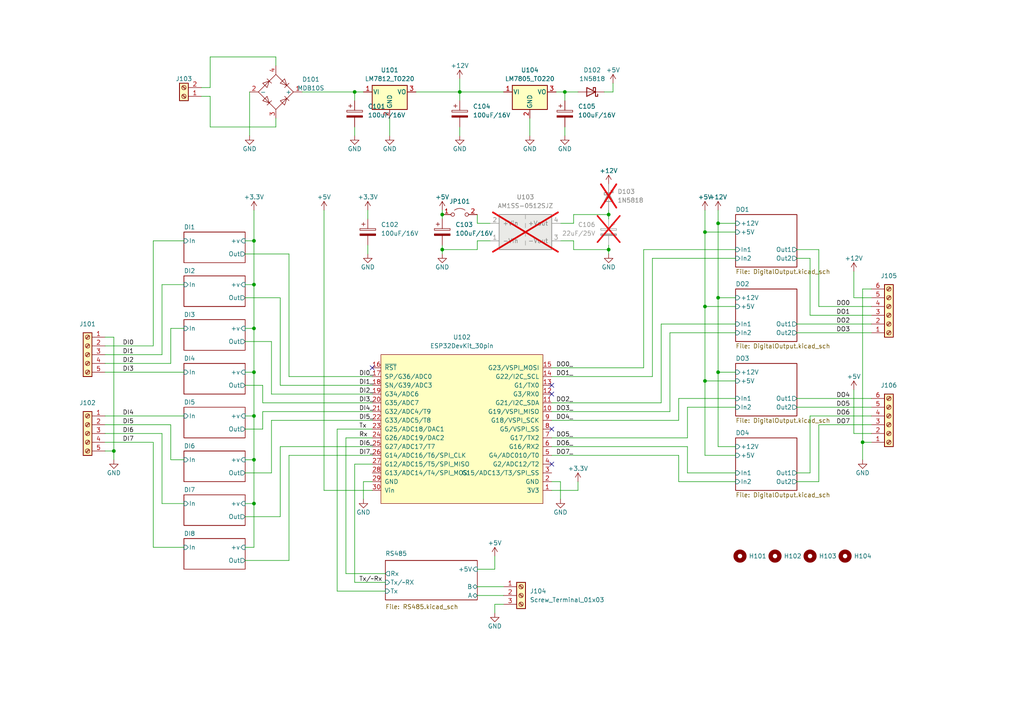
<source format=kicad_sch>
(kicad_sch (version 20230121) (generator eeschema)
  (paper "A4")
  (lib_symbols
    (symbol "Connector:Screw_Terminal_01x02" (pin_names (offset 1.016) hide)
      (property "Reference" "J" (at 0 2.54 0))
      (property "Value" "Screw_Terminal_01x02" (at 0 -5.08 0))
      (symbol "Screw_Terminal_01x02_1_1"
        (rectangle (start -1.27 1.27) (end 1.27 -3.81) (stroke (width 0.254)) (fill (type background)))
        (circle (center 0 -2.54) (radius 0.635) (stroke (width 0.1524)))
        (polyline (pts (xy -0.5334 -2.2098) (xy 0.3302 -3.048)) (stroke (width 0.1524)))
        (polyline (pts (xy -0.5334 0.3302) (xy 0.3302 -0.508)) (stroke (width 0.1524)))
        (polyline (pts (xy -0.3556 -2.032) (xy 0.508 -2.8702)) (stroke (width 0.1524)))
        (polyline (pts (xy -0.3556 0.508) (xy 0.508 -0.3302)) (stroke (width 0.1524)))
        (circle (center 0 0) (radius 0.635) (stroke (width 0.1524)))
        (pin passive line (at -5.08 0 0) (length 3.81) (name "Pin_1") (number "1"))
        (pin passive line (at -5.08 -2.54 0) (length 3.81) (name "Pin_2") (number "2"))
      )
    )
    (symbol "Connector:Screw_Terminal_01x03" (pin_names (offset 1.016) hide)
      (property "Reference" "J" (at 0 5.08 0))
      (property "Value" "Screw_Terminal_01x03" (at 0 -5.08 0))
      (symbol "Screw_Terminal_01x03_1_1"
        (rectangle (start -1.27 3.81) (end 1.27 -3.81) (stroke (width 0.254)) (fill (type background)))
        (circle (center 0 -2.54) (radius 0.635) (stroke (width 0.1524)))
        (polyline (pts (xy -0.5334 -2.2098) (xy 0.3302 -3.048)) (stroke (width 0.1524)))
        (polyline (pts (xy -0.5334 0.3302) (xy 0.3302 -0.508)) (stroke (width 0.1524)))
        (polyline (pts (xy -0.5334 2.8702) (xy 0.3302 2.032)) (stroke (width 0.1524)))
        (polyline (pts (xy -0.3556 -2.032) (xy 0.508 -2.8702)) (stroke (width 0.1524)))
        (polyline (pts (xy -0.3556 0.508) (xy 0.508 -0.3302)) (stroke (width 0.1524)))
        (polyline (pts (xy -0.3556 3.048) (xy 0.508 2.2098)) (stroke (width 0.1524)))
        (circle (center 0 0) (radius 0.635) (stroke (width 0.1524)))
        (circle (center 0 2.54) (radius 0.635) (stroke (width 0.1524)))
        (pin passive line (at -5.08 2.54 0) (length 3.81) (name "Pin_1") (number "1"))
        (pin passive line (at -5.08 0 0) (length 3.81) (name "Pin_2") (number "2"))
        (pin passive line (at -5.08 -2.54 0) (length 3.81) (name "Pin_3") (number "3"))
      )
    )
    (symbol "Connector:Screw_Terminal_01x05" (pin_names (offset 1.016) hide)
      (property "Reference" "J" (at 0 7.62 0))
      (property "Value" "Screw_Terminal_01x05" (at 0 -7.62 0))
      (symbol "Screw_Terminal_01x05_1_1"
        (rectangle (start -1.27 6.35) (end 1.27 -6.35) (stroke (width 0.254)) (fill (type background)))
        (circle (center 0 -5.08) (radius 0.635) (stroke (width 0.1524)))
        (circle (center 0 -2.54) (radius 0.635) (stroke (width 0.1524)))
        (polyline (pts (xy -0.5334 -4.7498) (xy 0.3302 -5.588)) (stroke (width 0.1524)))
        (polyline (pts (xy -0.5334 -2.2098) (xy 0.3302 -3.048)) (stroke (width 0.1524)))
        (polyline (pts (xy -0.5334 0.3302) (xy 0.3302 -0.508)) (stroke (width 0.1524)))
        (polyline (pts (xy -0.5334 2.8702) (xy 0.3302 2.032)) (stroke (width 0.1524)))
        (polyline (pts (xy -0.5334 5.4102) (xy 0.3302 4.572)) (stroke (width 0.1524)))
        (polyline (pts (xy -0.3556 -4.572) (xy 0.508 -5.4102)) (stroke (width 0.1524)))
        (polyline (pts (xy -0.3556 -2.032) (xy 0.508 -2.8702)) (stroke (width 0.1524)))
        (polyline (pts (xy -0.3556 0.508) (xy 0.508 -0.3302)) (stroke (width 0.1524)))
        (polyline (pts (xy -0.3556 3.048) (xy 0.508 2.2098)) (stroke (width 0.1524)))
        (polyline (pts (xy -0.3556 5.588) (xy 0.508 4.7498)) (stroke (width 0.1524)))
        (circle (center 0 0) (radius 0.635) (stroke (width 0.1524)))
        (circle (center 0 2.54) (radius 0.635) (stroke (width 0.1524)))
        (circle (center 0 5.08) (radius 0.635) (stroke (width 0.1524)))
        (pin passive line (at -5.08 5.08 0) (length 3.81) (name "Pin_1") (number "1"))
        (pin passive line (at -5.08 2.54 0) (length 3.81) (name "Pin_2") (number "2"))
        (pin passive line (at -5.08 0 0) (length 3.81) (name "Pin_3") (number "3"))
        (pin passive line (at -5.08 -2.54 0) (length 3.81) (name "Pin_4") (number "4"))
        (pin passive line (at -5.08 -5.08 0) (length 3.81) (name "Pin_5") (number "5"))
      )
    )
    (symbol "Connector:Screw_Terminal_01x06" (pin_names (offset 1.016) hide)
      (property "Reference" "J" (at 0 7.62 0))
      (property "Value" "Screw_Terminal_01x06" (at 0 -10.16 0))
      (symbol "Screw_Terminal_01x06_1_1"
        (rectangle (start -1.27 6.35) (end 1.27 -8.89) (stroke (width 0.254)) (fill (type background)))
        (circle (center 0 -7.62) (radius 0.635) (stroke (width 0.1524)))
        (circle (center 0 -5.08) (radius 0.635) (stroke (width 0.1524)))
        (circle (center 0 -2.54) (radius 0.635) (stroke (width 0.1524)))
        (polyline (pts (xy -0.5334 -7.2898) (xy 0.3302 -8.128)) (stroke (width 0.1524)))
        (polyline (pts (xy -0.5334 -4.7498) (xy 0.3302 -5.588)) (stroke (width 0.1524)))
        (polyline (pts (xy -0.5334 -2.2098) (xy 0.3302 -3.048)) (stroke (width 0.1524)))
        (polyline (pts (xy -0.5334 0.3302) (xy 0.3302 -0.508)) (stroke (width 0.1524)))
        (polyline (pts (xy -0.5334 2.8702) (xy 0.3302 2.032)) (stroke (width 0.1524)))
        (polyline (pts (xy -0.5334 5.4102) (xy 0.3302 4.572)) (stroke (width 0.1524)))
        (polyline (pts (xy -0.3556 -7.112) (xy 0.508 -7.9502)) (stroke (width 0.1524)))
        (polyline (pts (xy -0.3556 -4.572) (xy 0.508 -5.4102)) (stroke (width 0.1524)))
        (polyline (pts (xy -0.3556 -2.032) (xy 0.508 -2.8702)) (stroke (width 0.1524)))
        (polyline (pts (xy -0.3556 0.508) (xy 0.508 -0.3302)) (stroke (width 0.1524)))
        (polyline (pts (xy -0.3556 3.048) (xy 0.508 2.2098)) (stroke (width 0.1524)))
        (polyline (pts (xy -0.3556 5.588) (xy 0.508 4.7498)) (stroke (width 0.1524)))
        (circle (center 0 0) (radius 0.635) (stroke (width 0.1524)))
        (circle (center 0 2.54) (radius 0.635) (stroke (width 0.1524)))
        (circle (center 0 5.08) (radius 0.635) (stroke (width 0.1524)))
        (pin passive line (at -5.08 5.08 0) (length 3.81) (name "Pin_1") (number "1"))
        (pin passive line (at -5.08 2.54 0) (length 3.81) (name "Pin_2") (number "2"))
        (pin passive line (at -5.08 0 0) (length 3.81) (name "Pin_3") (number "3"))
        (pin passive line (at -5.08 -2.54 0) (length 3.81) (name "Pin_4") (number "4"))
        (pin passive line (at -5.08 -5.08 0) (length 3.81) (name "Pin_5") (number "5"))
        (pin passive line (at -5.08 -7.62 0) (length 3.81) (name "Pin_6") (number "6"))
      )
    )
    (symbol "Device:C_Polarized" (pin_numbers hide) (pin_names (offset 0.254))
      (property "Reference" "C" (at 0.635 2.54 0))
      (property "Value" "C_Polarized" (at 0.635 -2.54 0))
      (symbol "C_Polarized_0_1"
        (rectangle (start -2.286 0.508) (end 2.286 1.016))
        (polyline (pts (xy -1.778 2.286) (xy -0.762 2.286)))
        (polyline (pts (xy -1.27 2.794) (xy -1.27 1.778)))
        (rectangle (start 2.286 -0.508) (end -2.286 -1.016) (fill (type outline)))
      )
      (symbol "C_Polarized_1_1"
        (pin passive line (at 0 3.81 270) (length 2.794) (name "~") (number "1"))
        (pin passive line (at 0 -3.81 90) (length 2.794) (name "~") (number "2"))
      )
    )
    (symbol "Diode:1N5818" (pin_numbers hide) (pin_names (offset 1.016) hide)
      (property "Reference" "D" (at 0 2.54 0))
      (property "Value" "1N5818" (at 0 -2.54 0))
      (symbol "1N5818_0_1"
        (polyline (pts (xy 1.27 0) (xy -1.27 0)))
        (polyline (pts (xy 1.27 1.27) (xy 1.27 -1.27) (xy -1.27 0) (xy 1.27 1.27)) (stroke (width 0.254)))
        (polyline (pts (xy -1.905 0.635) (xy -1.905 1.27) (xy -1.27 1.27) (xy -1.27 -1.27) (xy -0.635 -1.27) (xy -0.635 -0.635)) (stroke (width 0.254)))
      )
      (symbol "1N5818_1_1"
        (pin passive line (at -3.81 0 0) (length 2.54) (name "K") (number "1"))
        (pin passive line (at 3.81 0 180) (length 2.54) (name "A") (number "2"))
      )
    )
    (symbol "Diode_Bridge:MDB10S"
      (property "Reference" "D" (at 3.81 6.35 0))
      (property "Value" "MDB10S" (at 6.35 3.81 0))
      (symbol "MDB10S_1_1"
        (polyline (pts (xy -2.54 3.81) (xy -1.27 2.54)))
        (polyline (pts (xy -1.27 -2.54) (xy -2.54 -3.81)))
        (polyline (pts (xy 2.54 -1.27) (xy 3.81 -2.54)))
        (polyline (pts (xy 2.54 1.27) (xy 3.81 2.54)))
        (polyline (pts (xy -3.81 2.54) (xy -2.54 1.27) (xy -1.905 3.175) (xy -3.81 2.54)))
        (polyline (pts (xy -2.54 -1.27) (xy -3.81 -2.54) (xy -1.905 -3.175) (xy -2.54 -1.27)))
        (polyline (pts (xy 1.27 2.54) (xy 2.54 3.81) (xy 3.175 1.905) (xy 1.27 2.54)))
        (polyline (pts (xy 3.175 -1.905) (xy 1.27 -2.54) (xy 2.54 -3.81) (xy 3.175 -1.905)))
        (polyline (pts (xy -5.08 0) (xy 0 -5.08) (xy 5.08 0) (xy 0 5.08) (xy -5.08 0)))
        (pin passive line (at 7.62 0 180) (length 2.54) (name "+") (number "1"))
        (pin passive line (at -7.62 0 0) (length 2.54) (name "-") (number "2"))
        (pin passive line (at 0 -7.62 90) (length 2.54) (name "~") (number "3"))
        (pin passive line (at 0 7.62 270) (length 2.54) (name "~") (number "4"))
      )
    )
    (symbol "Jumper:Jumper_2_Open" (pin_names (offset 0) hide)
      (property "Reference" "JP" (at 0 2.794 0))
      (property "Value" "Jumper_2_Open" (at 0 -2.286 0))
      (symbol "Jumper_2_Open_0_0"
        (circle (center -2.032 0) (radius 0.508))
        (circle (center 2.032 0) (radius 0.508))
      )
      (symbol "Jumper_2_Open_0_1"
        (arc (start 1.524 1.27) (mid 0 1.778) (end -1.524 1.27))
      )
      (symbol "Jumper_2_Open_1_1"
        (pin passive line (at -5.08 0 0) (length 2.54) (name "A") (number "1"))
        (pin passive line (at 5.08 0 180) (length 2.54) (name "B") (number "2"))
      )
    )
    (symbol "Mechanical:MountingHole" (pin_names (offset 1.016))
      (property "Reference" "H" (at 0 5.08 0))
      (property "Value" "MountingHole" (at 0 3.175 0))
      (symbol "MountingHole_0_1"
        (circle (center 0 0) (radius 1.27) (stroke (width 1.27)))
      )
    )
    (symbol "Regulator_Linear:LM7805_TO220" (pin_names (offset 0.254))
      (property "Reference" "U" (at -3.81 3.175 0))
      (property "Value" "LM7805_TO220" (at 0 3.175 0))
      (symbol "LM7805_TO220_0_1"
        (rectangle (start -5.08 1.905) (end 5.08 -5.08) (stroke (width 0.254)) (fill (type background)))
      )
      (symbol "LM7805_TO220_1_1"
        (pin power_in line (at -7.62 0 0) (length 2.54) (name "VI") (number "1"))
        (pin power_in line (at 0 -7.62 90) (length 2.54) (name "GND") (number "2"))
        (pin power_out line (at 7.62 0 180) (length 2.54) (name "VO") (number "3"))
      )
    )
    (symbol "Regulator_Linear:LM7812_TO220" (pin_names (offset 0.254))
      (property "Reference" "U" (at -3.81 3.175 0))
      (property "Value" "LM7812_TO220" (at 0 3.175 0))
      (symbol "LM7812_TO220_0_1"
        (rectangle (start -5.08 1.905) (end 5.08 -5.08) (stroke (width 0.254)) (fill (type background)))
      )
      (symbol "LM7812_TO220_1_1"
        (pin power_in line (at -7.62 0 0) (length 2.54) (name "VI") (number "1"))
        (pin power_in line (at 0 -7.62 90) (length 2.54) (name "GND") (number "2"))
        (pin power_out line (at 7.62 0 180) (length 2.54) (name "VO") (number "3"))
      )
    )
    (symbol "Zmei_elements:AM1SS-XXXSJZ" (pin_names (offset 1.016))
      (property "Reference" "U" (at -7.62 8.89 0))
      (property "Value" "AM1SS-XXXXSJZ" (at -6.35 6.35 0))
      (symbol "AM1SS-XXXSJZ_1_1"
        (rectangle (start -7.62 5.08) (end 7.62 -5.08) (stroke (width 0.254)) (fill (type background)))
        (polyline (pts (xy 0 -2.54) (xy 0 -3.81)))
        (polyline (pts (xy 0 0) (xy 0 -1.27)))
        (polyline (pts (xy 0 2.54) (xy 0 1.27)))
        (polyline (pts (xy 0 5.08) (xy 0 3.81)))
        (pin power_in line (at -10.16 -2.54 0) (length 2.54) (name "-Vin") (number "1"))
        (pin power_in line (at -10.16 2.54 0) (length 2.54) (name "+Vin") (number "2"))
        (pin power_out line (at 10.16 -2.54 180) (length 2.54) (name "-Vout") (number "3"))
        (pin power_out line (at 10.16 2.54 180) (length 2.54) (name "+Vout") (number "4"))
      )
    )
    (symbol "Zmei_elements:ESP32DevKit_30pin" (pin_names (offset 1.016))
      (property "Reference" "U" (at -19.05 25.4 0))
      (property "Value" "ESP32DevKit_30pin" (at -11.43 22.86 0))
      (symbol "ESP32DevKit_30pin_1_1"
        (rectangle (start -22.86 -21.59) (end 24.13 21.59) (fill (type background)))
        (pin power_out line (at 26.67 -17.78 180) (length 2.54) (name "3V3") (number "1"))
        (pin bidirectional line (at 26.67 5.08 180) (length 2.54) (name "G19/VSPI_MISO") (number "10"))
        (pin bidirectional line (at 26.67 7.62 180) (length 2.54) (name "G21/I2C_SDA") (number "11"))
        (pin bidirectional line (at 26.67 10.16 180) (length 2.54) (name "G3/RX0") (number "12"))
        (pin bidirectional line (at 26.67 12.7 180) (length 2.54) (name "G1/TX0") (number "13"))
        (pin bidirectional line (at 26.67 15.24 180) (length 2.54) (name "G22/I2C_SCL") (number "14"))
        (pin bidirectional line (at 26.67 17.78 180) (length 2.54) (name "G23/VSPI_MOSI") (number "15"))
        (pin passive line (at -25.4 17.78 0) (length 2.54) (name "~{RST}") (number "16"))
        (pin passive line (at -25.4 15.24 0) (length 2.54) (name "SP/G36/ADC0") (number "17"))
        (pin bidirectional line (at -25.4 12.7 0) (length 2.54) (name "SN/G39/ADC3") (number "18"))
        (pin bidirectional line (at -25.4 10.16 0) (length 2.54) (name "G34/ADC6") (number "19"))
        (pin passive line (at 26.67 -15.24 180) (length 2.54) (name "GND") (number "2"))
        (pin bidirectional line (at -25.4 7.62 0) (length 2.54) (name "G35/ADC7") (number "20"))
        (pin bidirectional line (at -25.4 5.08 0) (length 2.54) (name "G32/ADC4/T9") (number "21"))
        (pin bidirectional line (at -25.4 2.54 0) (length 2.54) (name "G33/ADC5/T8") (number "22"))
        (pin bidirectional line (at -25.4 0 0) (length 2.54) (name "G25/ADC18/DAC1") (number "23"))
        (pin bidirectional line (at -25.4 -2.54 0) (length 2.54) (name "G26/ADC19/DAC2") (number "24"))
        (pin bidirectional line (at -25.4 -5.08 0) (length 2.54) (name "G27/ADC17/T7") (number "25"))
        (pin bidirectional line (at -25.4 -7.62 0) (length 2.54) (name "G14/ADC16/T6/SPI_CLK") (number "26"))
        (pin bidirectional line (at -25.4 -10.16 0) (length 2.54) (name "G12/ADC15/T5/SPI_MISO") (number "27"))
        (pin bidirectional line (at -25.4 -12.7 0) (length 2.54) (name "G13/ADC14/T4/SPI_MOSI") (number "28"))
        (pin passive line (at -25.4 -15.24 0) (length 2.54) (name "GND") (number "29"))
        (pin bidirectional line (at 26.67 -12.7 180) (length 2.54) (name "G15/ADC13/T3/SPI_SS") (number "3"))
        (pin power_in line (at -25.4 -17.78 0) (length 2.54) (name "Vin") (number "30"))
        (pin bidirectional line (at 26.67 -10.16 180) (length 2.54) (name "G2/ADC12/T2") (number "4"))
        (pin bidirectional line (at 26.67 -7.62 180) (length 2.54) (name "G4/ADC010/T0") (number "5"))
        (pin bidirectional line (at 26.67 -5.08 180) (length 2.54) (name "G16/RX2") (number "6"))
        (pin bidirectional line (at 26.67 -2.54 180) (length 2.54) (name "G17/TX2") (number "7"))
        (pin bidirectional line (at 26.67 0 180) (length 2.54) (name "G5/VSPI_SS") (number "8"))
        (pin bidirectional line (at 26.67 2.54 180) (length 2.54) (name "G18/VSPI_SCK") (number "9"))
      )
    )
    (symbol "power:+12V" (power) (pin_numbers hide) (pin_names (offset 0) hide)
      (property "Value" "+12V" (at 0 3.556 0))
      (symbol "+12V_0_1"
        (polyline (pts (xy -0.762 1.27) (xy 0 2.54)))
        (polyline (pts (xy 0 0) (xy 0 2.54)))
        (polyline (pts (xy 0 2.54) (xy 0.762 1.27)))
      )
      (symbol "+12V_1_1"
        (pin power_in line (at 0 0 90) (length 0) hide (name "+12V") (number "1"))
      )
    )
    (symbol "power:+3.3V" (power) (pin_numbers hide) (pin_names (offset 0) hide)
      (property "Value" "+3.3V" (at 0 3.556 0))
      (symbol "+3.3V_0_1"
        (polyline (pts (xy -0.762 1.27) (xy 0 2.54)))
        (polyline (pts (xy 0 0) (xy 0 2.54)))
        (polyline (pts (xy 0 2.54) (xy 0.762 1.27)))
      )
      (symbol "+3.3V_1_1"
        (pin power_in line (at 0 0 90) (length 0) hide (name "+3.3V") (number "1"))
      )
    )
    (symbol "power:+5V" (power) (pin_numbers hide) (pin_names (offset 0) hide)
      (property "Value" "+5V" (at 0 3.556 0))
      (symbol "+5V_0_1"
        (polyline (pts (xy -0.762 1.27) (xy 0 2.54)))
        (polyline (pts (xy 0 0) (xy 0 2.54)))
        (polyline (pts (xy 0 2.54) (xy 0.762 1.27)))
      )
      (symbol "+5V_1_1"
        (pin power_in line (at 0 0 90) (length 0) hide (name "+5V") (number "1"))
      )
    )
    (symbol "power:GND" (power) (pin_numbers hide) (pin_names (offset 0) hide)
      (property "Value" "GND" (at 0 -3.81 0))
      (symbol "GND_0_1"
        (polyline (pts (xy 0 0) (xy 0 -1.27) (xy 1.27 -1.27) (xy 0 -2.54) (xy -1.27 -1.27) (xy 0 -1.27)))
      )
      (symbol "GND_1_1"
        (pin power_in line (at 0 0 270) (length 0) hide (name "GND") (number "1"))
      )
    )
  )
  (junction (at 176.53 62.23))
  (junction (at 208.28 64.77))
  (junction (at 73.66 107.95))
  (junction (at 204.47 67.31))
  (junction (at 73.66 95.25))
  (junction (at 208.28 107.95))
  (junction (at 73.66 82.55))
  (junction (at 163.83 26.67))
  (junction (at 204.47 88.9))
  (junction (at 176.53 72.39))
  (junction (at 102.87 26.67))
  (junction (at 73.66 120.65))
  (junction (at 73.66 133.35))
  (junction (at 128.27 62.23))
  (junction (at 208.28 86.36))
  (junction (at 133.35 26.67))
  (junction (at 33.02 130.81))
  (junction (at 73.66 69.85))
  (junction (at 73.66 146.05))
  (junction (at 250.19 128.27))
  (junction (at 128.27 72.39))
  (junction (at 204.47 110.49))
  (no_connect (at 160.02 124.46))
  (no_connect (at 160.02 111.76))
  (no_connect (at 160.02 134.62))
  (no_connect (at 160.02 114.3))
  (no_connect (at 107.95 106.68))
  (wire (pts (xy 163.83 26.67) (xy 163.83 29.21)))
  (wire (pts (xy 204.47 110.49) (xy 213.36 110.49)))
  (wire (pts (xy 71.12 82.55) (xy 73.66 82.55)))
  (wire (pts (xy 83.82 132.08) (xy 107.95 132.08)))
  (wire (pts (xy 76.2 111.76) (xy 76.2 116.84)))
  (wire (pts (xy 160.02 139.7) (xy 162.56 139.7)))
  (wire (pts (xy 80.01 36.83) (xy 80.01 34.29)))
  (wire (pts (xy 146.05 175.26) (xy 143.51 175.26)))
  (wire (pts (xy 133.35 22.86) (xy 133.35 26.67)))
  (wire (pts (xy 97.79 124.46) (xy 107.95 124.46)))
  (wire (pts (xy 71.12 137.16) (xy 78.74 137.16)))
  (wire (pts (xy 204.47 88.9) (xy 213.36 88.9)))
  (wire (pts (xy 199.39 137.16) (xy 199.39 129.54)))
  (wire (pts (xy 81.28 129.54) (xy 107.95 129.54)))
  (wire (pts (xy 138.43 165.1) (xy 143.51 165.1)))
  (wire (pts (xy 44.45 158.75) (xy 53.34 158.75)))
  (wire (pts (xy 73.66 120.65) (xy 73.66 107.95)))
  (wire (pts (xy 176.53 62.23) (xy 176.53 63.5)))
  (wire (pts (xy 213.36 137.16) (xy 199.39 137.16)))
  (wire (pts (xy 196.85 139.7) (xy 196.85 132.08)))
  (wire (pts (xy 111.76 166.37) (xy 100.33 166.37)))
  (wire (pts (xy 113.03 34.29) (xy 113.03 39.37)))
  (wire (pts (xy 133.35 26.67) (xy 133.35 29.21)))
  (wire (pts (xy 106.68 60.96) (xy 106.68 63.5)))
  (wire (pts (xy 142.24 69.85) (xy 138.43 69.85)))
  (wire (pts (xy 78.74 137.16) (xy 78.74 121.92)))
  (wire (pts (xy 247.65 113.03) (xy 247.65 125.73)))
  (wire (pts (xy 204.47 88.9) (xy 204.47 67.31)))
  (wire (pts (xy 138.43 64.77) (xy 138.43 62.23)))
  (wire (pts (xy 71.12 120.65) (xy 73.66 120.65)))
  (wire (pts (xy 138.43 69.85) (xy 138.43 72.39)))
  (wire (pts (xy 162.56 139.7) (xy 162.56 144.78)))
  (wire (pts (xy 49.53 105.41) (xy 49.53 95.25)))
  (wire (pts (xy 196.85 115.57) (xy 213.36 115.57)))
  (wire (pts (xy 76.2 116.84) (xy 107.95 116.84)))
  (wire (pts (xy 102.87 29.21) (xy 102.87 26.67)))
  (wire (pts (xy 78.74 121.92) (xy 107.95 121.92)))
  (wire (pts (xy 234.95 137.16) (xy 234.95 120.65)))
  (wire (pts (xy 160.02 132.08) (xy 196.85 132.08)))
  (wire (pts (xy 30.48 107.95) (xy 53.34 107.95)))
  (wire (pts (xy 81.28 86.36) (xy 81.28 111.76)))
  (wire (pts (xy 76.2 124.46) (xy 76.2 119.38)))
  (wire (pts (xy 53.34 146.05) (xy 46.99 146.05)))
  (wire (pts (xy 163.83 26.67) (xy 167.64 26.67)))
  (wire (pts (xy 167.64 139.7) (xy 167.64 142.24)))
  (wire (pts (xy 189.23 74.93) (xy 189.23 109.22)))
  (wire (pts (xy 231.14 96.52) (xy 252.73 96.52)))
  (wire (pts (xy 30.48 123.19) (xy 49.53 123.19)))
  (wire (pts (xy 252.73 83.82) (xy 250.19 83.82)))
  (wire (pts (xy 83.82 109.22) (xy 107.95 109.22)))
  (wire (pts (xy 30.48 130.81) (xy 33.02 130.81)))
  (wire (pts (xy 60.96 25.4) (xy 60.96 16.51)))
  (wire (pts (xy 97.79 171.45) (xy 111.76 171.45)))
  (wire (pts (xy 160.02 119.38) (xy 194.31 119.38)))
  (wire (pts (xy 213.36 132.08) (xy 204.47 132.08)))
  (wire (pts (xy 49.53 95.25) (xy 53.34 95.25)))
  (wire (pts (xy 234.95 91.44) (xy 252.73 91.44)))
  (wire (pts (xy 44.45 69.85) (xy 53.34 69.85)))
  (wire (pts (xy 208.28 60.96) (xy 208.28 64.77)))
  (wire (pts (xy 250.19 83.82) (xy 250.19 128.27)))
  (wire (pts (xy 102.87 26.67) (xy 105.41 26.67)))
  (wire (pts (xy 93.98 60.96) (xy 93.98 142.24)))
  (wire (pts (xy 60.96 36.83) (xy 80.01 36.83)))
  (wire (pts (xy 234.95 120.65) (xy 252.73 120.65)))
  (wire (pts (xy 49.53 133.35) (xy 53.34 133.35)))
  (wire (pts (xy 30.48 105.41) (xy 49.53 105.41)))
  (wire (pts (xy 252.73 86.36) (xy 247.65 86.36)))
  (wire (pts (xy 30.48 100.33) (xy 44.45 100.33)))
  (wire (pts (xy 81.28 149.86) (xy 81.28 129.54)))
  (wire (pts (xy 213.36 118.11) (xy 199.39 118.11)))
  (wire (pts (xy 175.26 26.67) (xy 177.8 26.67)))
  (wire (pts (xy 247.65 86.36) (xy 247.65 78.74)))
  (wire (pts (xy 143.51 165.1) (xy 143.51 161.29)))
  (wire (pts (xy 83.82 73.66) (xy 83.82 109.22)))
  (wire (pts (xy 143.51 175.26) (xy 143.51 177.8)))
  (wire (pts (xy 87.63 26.67) (xy 102.87 26.67)))
  (wire (pts (xy 162.56 69.85) (xy 166.37 69.85)))
  (wire (pts (xy 237.49 72.39) (xy 231.14 72.39)))
  (wire (pts (xy 71.12 86.36) (xy 81.28 86.36)))
  (wire (pts (xy 199.39 127) (xy 199.39 118.11)))
  (wire (pts (xy 44.45 128.27) (xy 44.45 158.75)))
  (wire (pts (xy 142.24 64.77) (xy 138.43 64.77)))
  (wire (pts (xy 106.68 71.12) (xy 106.68 73.66)))
  (wire (pts (xy 71.12 111.76) (xy 76.2 111.76)))
  (wire (pts (xy 138.43 172.72) (xy 146.05 172.72)))
  (wire (pts (xy 46.99 146.05) (xy 46.99 125.73)))
  (wire (pts (xy 71.12 95.25) (xy 73.66 95.25)))
  (wire (pts (xy 138.43 72.39) (xy 128.27 72.39)))
  (wire (pts (xy 128.27 72.39) (xy 128.27 73.66)))
  (wire (pts (xy 160.02 142.24) (xy 167.64 142.24)))
  (wire (pts (xy 71.12 73.66) (xy 83.82 73.66)))
  (wire (pts (xy 194.31 96.52) (xy 194.31 119.38)))
  (wire (pts (xy 166.37 72.39) (xy 176.53 72.39)))
  (wire (pts (xy 213.36 139.7) (xy 196.85 139.7)))
  (wire (pts (xy 213.36 67.31) (xy 204.47 67.31)))
  (wire (pts (xy 76.2 119.38) (xy 107.95 119.38)))
  (wire (pts (xy 160.02 109.22) (xy 189.23 109.22)))
  (wire (pts (xy 237.49 139.7) (xy 231.14 139.7)))
  (wire (pts (xy 252.73 125.73) (xy 247.65 125.73)))
  (wire (pts (xy 252.73 123.19) (xy 237.49 123.19)))
  (wire (pts (xy 208.28 64.77) (xy 208.28 86.36)))
  (wire (pts (xy 138.43 170.18) (xy 146.05 170.18)))
  (wire (pts (xy 208.28 86.36) (xy 213.36 86.36)))
  (wire (pts (xy 204.47 132.08) (xy 204.47 110.49)))
  (wire (pts (xy 252.73 128.27) (xy 250.19 128.27)))
  (wire (pts (xy 49.53 123.19) (xy 49.53 133.35)))
  (wire (pts (xy 213.36 74.93) (xy 189.23 74.93)))
  (wire (pts (xy 71.12 158.75) (xy 73.66 158.75)))
  (wire (pts (xy 231.14 118.11) (xy 252.73 118.11)))
  (wire (pts (xy 80.01 16.51) (xy 80.01 19.05)))
  (wire (pts (xy 160.02 129.54) (xy 199.39 129.54)))
  (wire (pts (xy 133.35 26.67) (xy 146.05 26.67)))
  (wire (pts (xy 30.48 128.27) (xy 44.45 128.27)))
  (wire (pts (xy 58.42 25.4) (xy 60.96 25.4)))
  (wire (pts (xy 71.12 162.56) (xy 83.82 162.56)))
  (wire (pts (xy 100.33 166.37) (xy 100.33 127)))
  (wire (pts (xy 73.66 107.95) (xy 73.66 95.25)))
  (wire (pts (xy 44.45 100.33) (xy 44.45 69.85)))
  (wire (pts (xy 133.35 36.83) (xy 133.35 39.37)))
  (wire (pts (xy 46.99 125.73) (xy 30.48 125.73)))
  (wire (pts (xy 71.12 124.46) (xy 76.2 124.46)))
  (wire (pts (xy 73.66 82.55) (xy 73.66 69.85)))
  (wire (pts (xy 177.8 26.67) (xy 177.8 24.13)))
  (wire (pts (xy 30.48 97.79) (xy 33.02 97.79)))
  (wire (pts (xy 73.66 133.35) (xy 73.66 120.65)))
  (wire (pts (xy 107.95 134.62) (xy 102.87 134.62)))
  (wire (pts (xy 128.27 60.96) (xy 128.27 62.23)))
  (wire (pts (xy 46.99 102.87) (xy 30.48 102.87)))
  (wire (pts (xy 71.12 146.05) (xy 73.66 146.05)))
  (wire (pts (xy 60.96 16.51) (xy 80.01 16.51)))
  (wire (pts (xy 252.73 88.9) (xy 237.49 88.9)))
  (wire (pts (xy 162.56 64.77) (xy 166.37 64.77)))
  (wire (pts (xy 120.65 26.67) (xy 133.35 26.67)))
  (wire (pts (xy 105.41 139.7) (xy 105.41 144.78)))
  (wire (pts (xy 102.87 168.91) (xy 111.76 168.91)))
  (wire (pts (xy 208.28 129.54) (xy 208.28 107.95)))
  (wire (pts (xy 196.85 121.92) (xy 196.85 115.57)))
  (wire (pts (xy 102.87 134.62) (xy 102.87 168.91)))
  (wire (pts (xy 186.69 72.39) (xy 213.36 72.39)))
  (wire (pts (xy 231.14 137.16) (xy 234.95 137.16)))
  (wire (pts (xy 53.34 82.55) (xy 46.99 82.55)))
  (wire (pts (xy 97.79 124.46) (xy 97.79 171.45)))
  (wire (pts (xy 128.27 62.23) (xy 128.27 63.5)))
  (wire (pts (xy 237.49 88.9) (xy 237.49 72.39)))
  (wire (pts (xy 191.77 93.98) (xy 213.36 93.98)))
  (wire (pts (xy 166.37 69.85) (xy 166.37 72.39)))
  (wire (pts (xy 204.47 60.96) (xy 204.47 67.31)))
  (wire (pts (xy 78.74 114.3) (xy 107.95 114.3)))
  (wire (pts (xy 191.77 116.84) (xy 191.77 93.98)))
  (wire (pts (xy 186.69 106.68) (xy 186.69 72.39)))
  (wire (pts (xy 58.42 27.94) (xy 60.96 27.94)))
  (wire (pts (xy 73.66 69.85) (xy 73.66 60.96)))
  (wire (pts (xy 71.12 107.95) (xy 73.66 107.95)))
  (wire (pts (xy 102.87 36.83) (xy 102.87 39.37)))
  (wire (pts (xy 176.53 71.12) (xy 176.53 72.39)))
  (wire (pts (xy 160.02 121.92) (xy 196.85 121.92)))
  (wire (pts (xy 46.99 82.55) (xy 46.99 102.87)))
  (wire (pts (xy 213.36 96.52) (xy 194.31 96.52)))
  (wire (pts (xy 71.12 149.86) (xy 81.28 149.86)))
  (wire (pts (xy 231.14 74.93) (xy 234.95 74.93)))
  (wire (pts (xy 208.28 86.36) (xy 208.28 107.95)))
  (wire (pts (xy 153.67 34.29) (xy 153.67 39.37)))
  (wire (pts (xy 73.66 146.05) (xy 73.66 133.35)))
  (wire (pts (xy 100.33 127) (xy 107.95 127)))
  (wire (pts (xy 83.82 162.56) (xy 83.82 132.08)))
  (wire (pts (xy 72.39 26.67) (xy 72.39 39.37)))
  (wire (pts (xy 166.37 62.23) (xy 176.53 62.23)))
  (wire (pts (xy 234.95 74.93) (xy 234.95 91.44)))
  (wire (pts (xy 128.27 71.12) (xy 128.27 72.39)))
  (wire (pts (xy 208.28 64.77) (xy 213.36 64.77)))
  (wire (pts (xy 33.02 97.79) (xy 33.02 130.81)))
  (wire (pts (xy 107.95 139.7) (xy 105.41 139.7)))
  (wire (pts (xy 71.12 69.85) (xy 73.66 69.85)))
  (wire (pts (xy 250.19 128.27) (xy 250.19 133.35)))
  (wire (pts (xy 176.53 60.96) (xy 176.53 62.23)))
  (wire (pts (xy 71.12 133.35) (xy 73.66 133.35)))
  (wire (pts (xy 204.47 110.49) (xy 204.47 88.9)))
  (wire (pts (xy 93.98 142.24) (xy 107.95 142.24)))
  (wire (pts (xy 71.12 99.06) (xy 78.74 99.06)))
  (wire (pts (xy 33.02 130.81) (xy 33.02 133.35)))
  (wire (pts (xy 78.74 99.06) (xy 78.74 114.3)))
  (wire (pts (xy 166.37 64.77) (xy 166.37 62.23)))
  (wire (pts (xy 231.14 93.98) (xy 252.73 93.98)))
  (wire (pts (xy 73.66 95.25) (xy 73.66 82.55)))
  (wire (pts (xy 161.29 26.67) (xy 163.83 26.67)))
  (wire (pts (xy 81.28 111.76) (xy 107.95 111.76)))
  (wire (pts (xy 163.83 36.83) (xy 163.83 39.37)))
  (wire (pts (xy 73.66 158.75) (xy 73.66 146.05)))
  (wire (pts (xy 213.36 129.54) (xy 208.28 129.54)))
  (wire (pts (xy 176.53 72.39) (xy 176.53 73.66)))
  (wire (pts (xy 160.02 116.84) (xy 191.77 116.84)))
  (wire (pts (xy 160.02 127) (xy 199.39 127)))
  (wire (pts (xy 30.48 120.65) (xy 53.34 120.65)))
  (wire (pts (xy 237.49 123.19) (xy 237.49 139.7)))
  (wire (pts (xy 231.14 115.57) (xy 252.73 115.57)))
  (wire (pts (xy 60.96 27.94) (xy 60.96 36.83)))
  (wire (pts (xy 160.02 106.68) (xy 186.69 106.68)))
  (wire (pts (xy 213.36 107.95) (xy 208.28 107.95)))
  (label "DI4_" (at 104.14 119.38 0))
  (label "DI3_" (at 104.14 116.84 0))
  (label "DI0_" (at 104.14 109.22 0))
  (label "DI2" (at 35.56 105.41 0))
  (label "DI7" (at 35.56 128.27 0))
  (label "Rx" (at 104.14 127 0))
  (label "DI3" (at 35.56 107.95 0))
  (label "DI7_" (at 104.14 132.08 0))
  (label "DI2_" (at 104.14 114.3 0))
  (label "DO4_" (at 161.29 121.92 0))
  (label "DI6" (at 35.56 125.73 0))
  (label "DO7_" (at 161.29 132.08 0))
  (label "DI5_" (at 104.14 121.92 0))
  (label "DO6_" (at 161.29 129.54 0))
  (label "DI4" (at 35.56 120.65 0))
  (label "DO1" (at 242.57 91.44 0))
  (label "DO0_" (at 161.29 106.68 0))
  (label "DO3_" (at 161.29 119.38 0))
  (label "DI1_" (at 104.14 111.76 0))
  (label "DO6" (at 242.57 120.65 0))
  (label "DO2" (at 242.57 93.98 0))
  (label "DO5" (at 242.57 118.11 0))
  (label "DO4" (at 242.57 115.57 0))
  (label "DO3" (at 242.57 96.52 0))
  (label "DI5" (at 35.56 123.19 0))
  (label "Tx" (at 104.14 124.46 0))
  (label "DO5_" (at 161.29 127 0))
  (label "DI1" (at 35.56 102.87 0))
  (label "DI6_" (at 104.14 129.54 0))
  (label "DO0" (at 242.57 88.9 0))
  (label "Tx{slash}~Rx" (at 104.14 168.91 0))
  (label "DO7" (at 242.57 123.19 0))
  (label "DO1_" (at 161.29 109.22 0))
  (label "DI0" (at 35.56 100.33 0))
  (label "DO2_" (at 161.29 116.84 0))
  (symbol (lib_id "Device:C_Polarized") (at 176.53 67.31 0) (mirror y) (unit 1) (dnp yes)
    (property "Reference" "C106" (at 172.72 65.151 0) (effects (justify left)))
    (property "Value" "22uF/25V" (at 172.72 67.691 0) (effects (justify left)))
    (property "Footprint" "Capacitor_THT:CP_Radial_D6.3mm_P2.50mm" (effects hide))
  )
  (symbol (lib_id "Regulator_Linear:LM7812_TO220") (at 113.03 26.67 0) (unit 1)
    (property "Reference" "U101" (at 113.03 20.32 0))
    (property "Value" "LM7812_TO220" (at 113.03 22.86 0))
    (property "Footprint" "Package_TO_SOT_THT:TO-220-3_Vertical" (effects hide))
    (property "Datasheet" "https://www.onsemi.cn/PowerSolutions/document/MC7800-D.PDF" (effects hide))
  )
  (symbol (lib_id "Diode:1N5818") (at 176.53 57.15 270) (unit 1) (dnp yes)
    (property "Reference" "D103" (at 179.07 55.5625 90) (effects (justify left)))
    (property "Value" "1N5818" (at 179.07 58.1025 90) (effects (justify left)))
    (property "Footprint" "Diode_THT:D_DO-41_SOD81_P10.16mm_Horizontal" (effects hide))
    (property "Datasheet" "http://www.vishay.com/docs/88525/1n5817.pdf" (effects hide))
  )
  (symbol (lib_id "power:+12V") (at 247.65 78.74 0) (unit 1)
    (property "Reference" "#PWR0125" (effects hide))
    (property "Value" "+12V" (at 247.65 74.93 0))
  )
  (symbol (lib_id "power:GND") (at 163.83 39.37 0) (unit 1)
    (property "Reference" "#PWR0118" (effects hide))
    (property "Value" "GND" (at 163.83 43.18 0))
  )
  (symbol (lib_id "Connector:Screw_Terminal_01x02") (at 53.34 27.94 180) (unit 1)
    (property "Reference" "J103" (at 53.34 22.86 0))
    (property "Value" "Screw_Terminal_01x02" (effects hide))
    (property "Footprint" "Connector_Phoenix_MSTB:PhoenixContact_MSTBA_2,5_2-G-5,08_1x02_P5.08mm_Horizontal" (effects hide))
  )
  (symbol (lib_id "Regulator_Linear:LM7805_TO220") (at 153.67 26.67 0) (unit 1)
    (property "Reference" "U104" (at 153.67 20.32 0))
    (property "Value" "LM7805_TO220" (at 153.67 22.86 0))
    (property "Footprint" "Package_TO_SOT_THT:TO-220-3_Vertical" (effects hide))
    (property "Datasheet" "https://www.onsemi.cn/PowerSolutions/document/MC7800-D.PDF" (effects hide))
  )
  (symbol (lib_id "power:GND") (at 153.67 39.37 0) (unit 1)
    (property "Reference" "#PWR0116" (effects hide))
    (property "Value" "GND" (at 153.67 43.18 0))
  )
  (symbol (lib_id "power:GND") (at 162.56 144.78 0) (mirror y) (unit 1)
    (property "Reference" "#PWR0117" (effects hide))
    (property "Value" "GND" (at 162.56 148.59 0))
  )
  (symbol (lib_id "power:+3.3V") (at 167.64 139.7 0) (unit 1)
    (property "Reference" "#PWR0119" (effects hide))
    (property "Value" "+3.3V" (at 167.64 135.89 0))
  )
  (symbol (lib_id "Jumper:Jumper_2_Open") (at 133.35 62.23 0) (unit 1)
    (property "Reference" "JP101" (at 133.35 58.42 0))
    (property "Value" "Jumper_2_Open" (effects hide))
    (property "Footprint" "Connector_PinHeader_2.54mm:PinHeader_1x02_P2.54mm_Vertical" (effects hide))
  )
  (symbol (lib_id "Mechanical:MountingHole") (at 245.11 161.29 0) (unit 1)
    (property "Reference" "H104" (at 247.65 161.29 0) (effects (justify left)))
    (property "Value" "MountingHole" (effects hide))
    (property "Footprint" "MountingHole:MountingHole_3.2mm_M3_ISO7380_Pad" (effects hide))
  )
  (symbol (lib_id "power:GND") (at 143.51 177.8 0) (mirror y) (unit 1)
    (property "Reference" "#PWR0115" (effects hide))
    (property "Value" "GND" (at 143.51 181.61 0))
  )
  (symbol (lib_id "power:+12V") (at 133.35 22.86 0) (unit 1)
    (property "Reference" "#PWR0112" (effects hide))
    (property "Value" "+12V" (at 133.35 19.05 0))
  )
  (symbol (lib_id "power:GND") (at 106.68 73.66 0) (unit 1)
    (property "Reference" "#PWR0108" (effects hide))
    (property "Value" "GND" (at 106.68 77.47 0))
  )
  (symbol (lib_id "Device:C_Polarized") (at 102.87 33.02 0) (unit 1)
    (property "Reference" "C101" (at 106.68 30.861 0) (effects (justify left)))
    (property "Value" "100uF/16V" (at 106.68 33.401 0) (effects (justify left)))
    (property "Footprint" "Capacitor_THT:CP_Radial_D6.3mm_P2.50mm" (effects hide))
  )
  (symbol (lib_id "power:+5V") (at 247.65 113.03 0) (unit 1)
    (property "Reference" "#PWR0126" (effects hide))
    (property "Value" "+5V" (at 247.65 109.22 0))
  )
  (symbol (lib_id "power:GND") (at 72.39 39.37 0) (unit 1)
    (property "Reference" "#PWR0102" (effects hide))
    (property "Value" "GND" (at 72.39 43.18 0))
  )
  (symbol (lib_id "power:GND") (at 128.27 73.66 0) (unit 1)
    (property "Reference" "#PWR0111" (effects hide))
    (property "Value" "GND" (at 128.27 77.47 0))
  )
  (symbol (lib_id "Connector:Screw_Terminal_01x05") (at 25.4 125.73 0) (mirror y) (unit 1)
    (property "Reference" "J102" (at 25.4 116.84 0))
    (property "Value" "2EDGR-5.08-05P-14-00AH" (effects hide))
    (property "Footprint" "Connector_Phoenix_MSTB:PhoenixContact_MSTBA_2,5_5-G-5,08_1x05_P5.08mm_Horizontal" (effects hide))
  )
  (symbol (lib_id "power:+5V") (at 177.8 24.13 0) (unit 1)
    (property "Reference" "#PWR0122" (effects hide))
    (property "Value" "+5V" (at 177.8 20.32 0))
  )
  (symbol (lib_id "Diode_Bridge:MDB10S") (at 80.01 26.67 0) (unit 1)
    (property "Reference" "D101" (at 90.17 23.0221 0))
    (property "Value" "MDB10S" (at 90.17 25.5621 0))
    (property "Footprint" "Package_SO:TSSOP-4_4.4x5mm_P4mm" (effects hide))
    (property "Datasheet" "https://www.onsemi.com/pub/Collateral/MDB8S-D.PDF" (effects hide))
  )
  (symbol (lib_id "Device:C_Polarized") (at 163.83 33.02 0) (unit 1)
    (property "Reference" "C105" (at 167.64 30.861 0) (effects (justify left)))
    (property "Value" "100uF/16V" (at 167.64 33.401 0) (effects (justify left)))
    (property "Footprint" "Capacitor_THT:CP_Radial_D6.3mm_P2.50mm" (effects hide))
  )
  (symbol (lib_id "power:+5V") (at 143.51 161.29 0) (unit 1)
    (property "Reference" "#PWR0114" (effects hide))
    (property "Value" "+5V" (at 143.51 157.48 0))
  )
  (symbol (lib_id "power:+12V") (at 176.53 53.34 0) (unit 1)
    (property "Reference" "#PWR0120" (effects hide))
    (property "Value" "+12V" (at 176.53 49.53 0))
  )
  (symbol (lib_id "Mechanical:MountingHole") (at 214.63 161.29 0) (unit 1)
    (property "Reference" "H101" (at 217.17 161.29 0) (effects (justify left)))
    (property "Value" "MountingHole" (effects hide))
    (property "Footprint" "MountingHole:MountingHole_3.2mm_M3_ISO7380_Pad" (effects hide))
  )
  (symbol (lib_id "power:GND") (at 133.35 39.37 0) (unit 1)
    (property "Reference" "#PWR0113" (effects hide))
    (property "Value" "GND" (at 133.35 43.18 0))
  )
  (symbol (lib_id "power:+5V") (at 204.47 60.96 0) (unit 1)
    (property "Reference" "#PWR0123" (effects hide))
    (property "Value" "+5V" (at 204.47 57.15 0))
  )
  (symbol (lib_id "Mechanical:MountingHole") (at 234.95 161.29 0) (unit 1)
    (property "Reference" "H103" (at 237.49 161.29 0) (effects (justify left)))
    (property "Value" "MountingHole" (effects hide))
    (property "Footprint" "MountingHole:MountingHole_3.2mm_M3_ISO7380_Pad" (effects hide))
  )
  (symbol (lib_id "power:+5V") (at 128.27 60.96 0) (unit 1)
    (property "Reference" "#PWR0110" (effects hide))
    (property "Value" "+5V" (at 128.27 57.15 0))
  )
  (symbol (lib_id "Device:C_Polarized") (at 128.27 67.31 0) (unit 1)
    (property "Reference" "C103" (at 132.08 65.151 0) (effects (justify left)))
    (property "Value" "100uF/16V" (at 132.08 67.691 0) (effects (justify left)))
    (property "Footprint" "Capacitor_THT:CP_Radial_D6.3mm_P2.50mm" (effects hide))
  )
  (symbol (lib_id "Device:C_Polarized") (at 106.68 67.31 0) (unit 1)
    (property "Reference" "C102" (at 110.49 65.151 0) (effects (justify left)))
    (property "Value" "100uF/16V" (at 110.49 67.691 0) (effects (justify left)))
    (property "Footprint" "Capacitor_THT:CP_Radial_D6.3mm_P2.50mm" (effects hide))
  )
  (symbol (lib_id "Zmei_elements:AM1SS-XXXSJZ") (at 152.4 67.31 0) (unit 1) (dnp yes)
    (property "Reference" "U103" (at 152.4 57.15 0))
    (property "Value" "AM1SS-0512SJZ" (at 152.4 59.69 0))
    (property "Footprint" "Zmei_footprints:Converter_DCDC_AM1SS" (effects hide))
  )
  (symbol (lib_id "power:GND") (at 33.02 133.35 0) (unit 1)
    (property "Reference" "#PWR0101" (effects hide))
    (property "Value" "GND" (at 33.02 137.16 0))
  )
  (symbol (lib_id "power:GND") (at 250.19 133.35 0) (mirror y) (unit 1)
    (property "Reference" "#PWR0127" (effects hide))
    (property "Value" "GND" (at 250.19 137.16 0))
  )
  (symbol (lib_id "power:+5V") (at 93.98 60.96 0) (unit 1)
    (property "Reference" "#PWR0104" (effects hide))
    (property "Value" "+5V" (at 93.98 57.15 0))
  )
  (symbol (lib_id "power:GND") (at 176.53 73.66 0) (mirror y) (unit 1)
    (property "Reference" "#PWR0121" (effects hide))
    (property "Value" "GND" (at 176.53 77.47 0))
  )
  (symbol (lib_id "Connector:Screw_Terminal_01x03") (at 151.13 172.72 0) (unit 1)
    (property "Reference" "J104" (at 153.67 171.45 0) (effects (justify left)))
    (property "Value" "Screw_Terminal_01x03" (at 153.67 173.99 0) (effects (justify left)))
    (property "Footprint" "Connector_Phoenix_MSTB:PhoenixContact_MSTBA_2,5_3-G-5,08_1x03_P5.08mm_Horizontal" (effects hide))
  )
  (symbol (lib_id "Connector:Screw_Terminal_01x05") (at 25.4 102.87 0) (mirror y) (unit 1)
    (property "Reference" "J101" (at 25.4 93.98 0))
    (property "Value" "2EDGR-5.08-05P-14-00AH" (effects hide))
    (property "Footprint" "Connector_Phoenix_MSTB:PhoenixContact_MSTBA_2,5_5-G-5,08_1x05_P5.08mm_Horizontal" (effects hide))
  )
  (symbol (lib_id "Zmei_elements:ESP32DevKit_30pin") (at 133.35 124.46 0) (unit 1)
    (property "Reference" "U102" (at 133.985 97.79 0))
    (property "Value" "ESP32DevKit_30pin" (at 133.985 100.33 0))
    (property "Footprint" "Zmei_footprints:ESP32DevKit_30pin" (effects hide))
    (property "Datasheet" "https://www.aliexpress.com/item/32992390199.html?spm=a2g0s.9042311.0.0.23c84c4dkfKnQl" (effects hide))
  )
  (symbol (lib_id "power:+12V") (at 208.28 60.96 0) (unit 1)
    (property "Reference" "#PWR0124" (effects hide))
    (property "Value" "+12V" (at 208.28 57.15 0))
  )
  (symbol (lib_id "Diode:1N5818") (at 171.45 26.67 180) (unit 1)
    (property "Reference" "D102" (at 171.7675 20.32 0))
    (property "Value" "1N5818" (at 171.7675 22.86 0))
    (property "Footprint" "Diode_THT:D_DO-41_SOD81_P10.16mm_Horizontal" (effects hide))
    (property "Datasheet" "http://www.vishay.com/docs/88525/1n5817.pdf" (effects hide))
  )
  (symbol (lib_id "Connector:Screw_Terminal_01x06") (at 257.81 91.44 0) (mirror x) (unit 1)
    (property "Reference" "J105" (at 257.81 80.01 0))
    (property "Value" "Screw_Terminal_01x06" (effects hide))
    (property "Footprint" "Connector_Phoenix_MSTB:PhoenixContact_MSTBA_2,5_6-G-5,08_1x06_P5.08mm_Horizontal" (effects hide))
  )
  (symbol (lib_id "Device:C_Polarized") (at 133.35 33.02 0) (unit 1)
    (property "Reference" "C104" (at 137.16 30.861 0) (effects (justify left)))
    (property "Value" "100uF/16V" (at 137.16 33.401 0) (effects (justify left)))
    (property "Footprint" "Capacitor_THT:CP_Radial_D6.3mm_P2.50mm" (effects hide))
  )
  (symbol (lib_id "power:+3.3V") (at 106.68 60.96 0) (unit 1)
    (property "Reference" "#PWR0107" (effects hide))
    (property "Value" "+3.3V" (at 106.68 57.15 0))
  )
  (symbol (lib_id "power:GND") (at 102.87 39.37 0) (unit 1)
    (property "Reference" "#PWR0105" (effects hide))
    (property "Value" "GND" (at 102.87 43.18 0))
  )
  (symbol (lib_id "Mechanical:MountingHole") (at 224.79 161.29 0) (unit 1)
    (property "Reference" "H102" (at 227.33 161.29 0) (effects (justify left)))
    (property "Value" "MountingHole" (effects hide))
    (property "Footprint" "MountingHole:MountingHole_3.2mm_M3_ISO7380_Pad" (effects hide))
  )
  (symbol (lib_id "power:GND") (at 113.03 39.37 0) (unit 1)
    (property "Reference" "#PWR0109" (effects hide))
    (property "Value" "GND" (at 113.03 43.18 0))
  )
  (symbol (lib_id "power:GND") (at 105.41 144.78 0) (unit 1)
    (property "Reference" "#PWR0106" (effects hide))
    (property "Value" "GND" (at 105.41 148.59 0))
  )
  (symbol (lib_id "power:+3.3V") (at 73.66 60.96 0) (unit 1)
    (property "Reference" "#PWR0103" (effects hide))
    (property "Value" "+3.3V" (at 73.66 57.15 0))
  )
  (symbol (lib_id "Connector:Screw_Terminal_01x06") (at 257.81 123.19 0) (mirror x) (unit 1)
    (property "Reference" "J106" (at 257.81 111.76 0))
    (property "Value" "Screw_Terminal_01x06" (effects hide))
    (property "Footprint" "Connector_Phoenix_MSTB:PhoenixContact_MSTBA_2,5_6-G-5,08_1x06_P5.08mm_Horizontal" (effects hide))
  )
  (sheet (at 213.36 127) (size 17.78 15.24) (stroke (width 0.1524))
    (property "Sheetname" "DO4" (at 213.36 126.2884 0) (effects (justify left bottom)))
    (property "Sheetfile" "DigitalOutput.kicad_sch" (at 213.36 142.8246 0) (effects (justify left top)))
    (pin "Out1" output (at 231.14 137.16 0))
    (pin "Out2" output (at 231.14 139.7 0))
    (pin "+5V" input (at 213.36 132.08 180))
    (pin "+12V" input (at 213.36 129.54 180))
    (pin "In2" input (at 213.36 139.7 180))
    (pin "In1" input (at 213.36 137.16 180))
  )
  (sheet (at 213.36 83.82) (size 17.78 15.24) (stroke (width 0.1524))
    (property "Sheetname" "DO2" (at 213.36 83.1084 0) (effects (justify left bottom)))
    (property "Sheetfile" "DigitalOutput.kicad_sch" (at 213.36 99.6446 0) (effects (justify left top)))
    (pin "Out1" output (at 231.14 93.98 0))
    (pin "Out2" output (at 231.14 96.52 0))
    (pin "+5V" input (at 213.36 88.9 180))
    (pin "+12V" input (at 213.36 86.36 180))
    (pin "In2" input (at 213.36 96.52 180))
    (pin "In1" input (at 213.36 93.98 180))
  )
  (sheet (at 53.34 143.51) (size 17.78 8.89) (stroke (width 0.1524))
    (property "Sheetname" "DI7" (at 53.34 142.7984 0) (effects (justify left bottom)))
    (property "Sheetfile" "DigitalInput.kicad_sch" (effects hide))
    (pin "In" input (at 53.34 146.05 180))
    (pin "Out" output (at 71.12 149.86 0))
    (pin "+v" input (at 71.12 146.05 0))
  )
  (sheet (at 53.34 156.21) (size 17.78 8.89) (stroke (width 0.1524))
    (property "Sheetname" "DI8" (at 53.34 155.4984 0) (effects (justify left bottom)))
    (property "Sheetfile" "DigitalInput.kicad_sch" (effects hide))
    (pin "In" input (at 53.34 158.75 180))
    (pin "Out" output (at 71.12 162.56 0))
    (pin "+v" input (at 71.12 158.75 0))
  )
  (sheet (at 53.34 118.11) (size 17.78 8.89) (stroke (width 0.1524))
    (property "Sheetname" "DI5" (at 53.34 117.3984 0) (effects (justify left bottom)))
    (property "Sheetfile" "DigitalInput.kicad_sch" (effects hide))
    (pin "In" input (at 53.34 120.65 180))
    (pin "Out" output (at 71.12 124.46 0))
    (pin "+v" input (at 71.12 120.65 0))
  )
  (sheet (at 213.36 105.41) (size 17.78 15.24) (stroke (width 0.1524))
    (property "Sheetname" "DO3" (at 213.36 104.6984 0) (effects (justify left bottom)))
    (property "Sheetfile" "DigitalOutput.kicad_sch" (at 213.36 121.2346 0) (effects (justify left top)))
    (pin "Out1" output (at 231.14 115.57 0))
    (pin "Out2" output (at 231.14 118.11 0))
    (pin "+5V" input (at 213.36 110.49 180))
    (pin "+12V" input (at 213.36 107.95 180))
    (pin "In2" input (at 213.36 118.11 180))
    (pin "In1" input (at 213.36 115.57 180))
  )
  (sheet (at 53.34 67.31) (size 17.78 8.89) (stroke (width 0.1524))
    (property "Sheetname" "DI1" (at 53.34 66.5984 0) (effects (justify left bottom)))
    (property "Sheetfile" "DigitalInput.kicad_sch" (effects hide))
    (pin "In" input (at 53.34 69.85 180))
    (pin "Out" output (at 71.12 73.66 0))
    (pin "+v" input (at 71.12 69.85 0))
  )
  (sheet (at 53.34 105.41) (size 17.78 8.89) (stroke (width 0.1524))
    (property "Sheetname" "DI4" (at 53.34 104.6984 0) (effects (justify left bottom)))
    (property "Sheetfile" "DigitalInput.kicad_sch" (effects hide))
    (pin "In" input (at 53.34 107.95 180))
    (pin "Out" output (at 71.12 111.76 0))
    (pin "+v" input (at 71.12 107.95 0))
  )
  (sheet (at 53.34 92.71) (size 17.78 8.89) (stroke (width 0.1524))
    (property "Sheetname" "DI3" (at 53.34 91.9984 0) (effects (justify left bottom)))
    (property "Sheetfile" "DigitalInput.kicad_sch" (effects hide))
    (pin "In" input (at 53.34 95.25 180))
    (pin "Out" output (at 71.12 99.06 0))
    (pin "+v" input (at 71.12 95.25 0))
  )
  (sheet (at 111.76 162.56) (size 26.67 11.43) (stroke (width 0.1524))
    (property "Sheetname" "RS485" (at 111.76 161.29 0) (effects (justify left bottom)))
    (property "Sheetfile" "RS485.kicad_sch" (at 111.76 175.26 0) (effects (justify left top)))
    (pin "B" bidirectional (at 138.43 170.18 0))
    (pin "A" bidirectional (at 138.43 172.72 0))
    (pin "+5V" input (at 138.43 165.1 0))
    (pin "Rx" output (at 111.76 166.37 180))
    (pin "Tx{slash}~RX" input (at 111.76 168.91 180))
    (pin "Tx" input (at 111.76 171.45 180))
  )
  (sheet (at 53.34 130.81) (size 17.78 8.89) (stroke (width 0.1524))
    (property "Sheetname" "DI6" (at 53.34 130.0984 0) (effects (justify left bottom)))
    (property "Sheetfile" "DigitalInput.kicad_sch" (effects hide))
    (pin "In" input (at 53.34 133.35 180))
    (pin "Out" output (at 71.12 137.16 0))
    (pin "+v" input (at 71.12 133.35 0))
  )
  (sheet (at 53.34 80.01) (size 17.78 8.89) (stroke (width 0.1524))
    (property "Sheetname" "DI2" (at 53.34 79.2984 0) (effects (justify left bottom)))
    (property "Sheetfile" "DigitalInput.kicad_sch" (effects hide))
    (pin "In" input (at 53.34 82.55 180))
    (pin "Out" output (at 71.12 86.36 0))
    (pin "+v" input (at 71.12 82.55 0))
  )
  (sheet (at 213.36 62.23) (size 17.78 15.24) (stroke (width 0.1524))
    (property "Sheetname" "DO1" (at 213.36 61.5184 0) (effects (justify left bottom)))
    (property "Sheetfile" "DigitalOutput.kicad_sch" (at 213.36 78.0546 0) (effects (justify left top)))
    (pin "Out1" output (at 231.14 72.39 0))
    (pin "Out2" output (at 231.14 74.93 0))
    (pin "+5V" input (at 213.36 67.31 180))
    (pin "+12V" input (at 213.36 64.77 180))
    (pin "In2" input (at 213.36 74.93 180))
    (pin "In1" input (at 213.36 72.39 180))
  )
)
</source>
